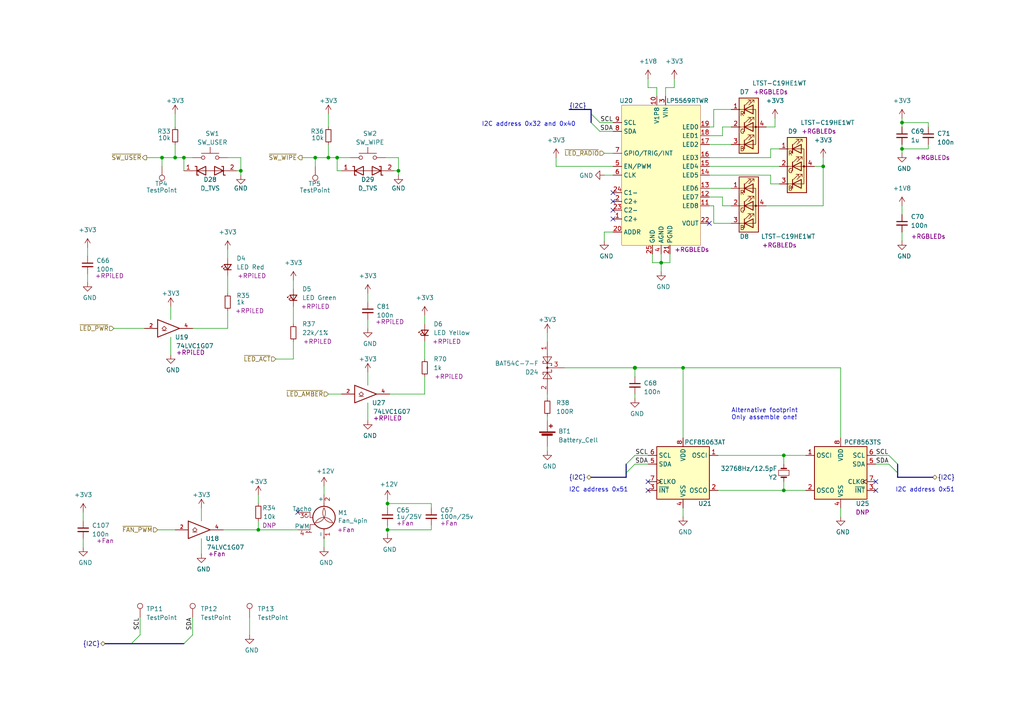
<source format=kicad_sch>
(kicad_sch (version 20211123) (generator eeschema)
  (paper "A4")
  (title_block (title "Control/RTC") (date "2022-02-15") (rev "1.2") (company "Nabu Casa") (comment 1 "www.nabucasa.com") (comment 2 "Yellow"))
  (lib_symbols
    (symbol "74xGxx:74LVC1G07" (pin_names (offset 1.016))
      (property "Reference" "U" (at -2.54 3.81 0))
      (property "Value" "74LVC1G07" (at 0 -3.81 0))
      (symbol "74LVC1G07_0_1"
        (polyline (pts (xy -2.54 -0.635) (xy -1.27 -0.635)))
        (polyline (pts (xy -3.81 2.54) (xy -3.81 -2.54) (xy 2.54 0) (xy -3.81 2.54)) (stroke (width 0.254)))
        (polyline (pts (xy -1.905 0.635) (xy -2.54 0) (xy -1.905 -0.635) (xy -1.27 0) (xy -1.905 0.635)))
      )
      (symbol "74LVC1G07_1_1"
        (pin input line (at -7.62 0 0) (length 3.81) (name "~") (number "2"))
        (pin power_in line (at 0 -2.54 270) (length 0) hide (name "GND") (number "3"))
        (pin open_collector line (at 6.35 0 180) (length 3.81) (name "~") (number "4"))
        (pin power_in line (at 0 2.54 90) (length 0) hide (name "VCC") (number "5"))
      )
    )
    (symbol "Connector:TestPoint" (pin_numbers hide) (pin_names (offset 0.762) hide)
      (property "Reference" "TP" (at 0 6.858 0))
      (property "Value" "TestPoint" (at 0 5.08 0))
      (symbol "TestPoint_0_1"
        (circle (center 0 3.302) (radius 0.762))
      )
      (symbol "TestPoint_1_1"
        (pin passive line (at 0 0 90) (length 2.54) (name "1") (number "1"))
      )
    )
    (symbol "Device:Battery_Cell" (pin_numbers hide) (pin_names (offset 0) hide)
      (property "Reference" "BT" (at 2.54 2.54 0))
      (property "Value" "Battery_Cell" (at 2.54 0 0))
      (symbol "Battery_Cell_0_1"
        (rectangle (start -2.286 1.778) (end 2.286 1.524) (fill (type outline)))
        (rectangle (start -1.5748 1.1938) (end 1.4732 0.6858) (fill (type outline)))
        (polyline (pts (xy 0 0.762) (xy 0 0)))
        (polyline (pts (xy 0 1.778) (xy 0 2.54)))
        (polyline (pts (xy 0.508 3.429) (xy 1.524 3.429)) (stroke (width 0.254)))
        (polyline (pts (xy 1.016 3.937) (xy 1.016 2.921)) (stroke (width 0.254)))
      )
      (symbol "Battery_Cell_1_1"
        (pin passive line (at 0 5.08 270) (length 2.54) (name "+") (number "1"))
        (pin passive line (at 0 -2.54 90) (length 2.54) (name "-") (number "2"))
      )
    )
    (symbol "Device:C_Small" (pin_numbers hide) (pin_names (offset 0.254) hide)
      (property "Reference" "C" (at 0.254 1.778 0))
      (property "Value" "C_Small" (at 0.254 -2.032 0))
      (symbol "C_Small_0_1"
        (polyline (pts (xy -1.524 -0.508) (xy 1.524 -0.508)) (stroke (width 0.3302)))
        (polyline (pts (xy -1.524 0.508) (xy 1.524 0.508)) (stroke (width 0.3048)))
      )
      (symbol "C_Small_1_1"
        (pin passive line (at 0 2.54 270) (length 2.032) (name "~") (number "1"))
        (pin passive line (at 0 -2.54 90) (length 2.032) (name "~") (number "2"))
      )
    )
    (symbol "Device:Crystal_Small" (pin_numbers hide) (pin_names (offset 1.016) hide)
      (property "Reference" "Y" (at 0 2.54 0))
      (property "Value" "Crystal_Small" (at 0 -2.54 0))
      (symbol "Crystal_Small_0_1"
        (rectangle (start -0.762 -1.524) (end 0.762 1.524))
        (polyline (pts (xy -1.27 -0.762) (xy -1.27 0.762)) (stroke (width 0.381)))
        (polyline (pts (xy 1.27 -0.762) (xy 1.27 0.762)) (stroke (width 0.381)))
      )
      (symbol "Crystal_Small_1_1"
        (pin passive line (at -2.54 0 0) (length 1.27) (name "1") (number "1"))
        (pin passive line (at 2.54 0 180) (length 1.27) (name "2") (number "2"))
      )
    )
    (symbol "Device:LED_RGBA" (pin_names (offset 0) hide)
      (property "Reference" "D" (at 0 9.398 0))
      (property "Value" "LED_RGBA" (at 0 -8.89 0))
      (symbol "LED_RGBA_0_0"
        (text "B" (at -1.905 -6.35 0) (effects (font (size 1.27 1.27))))
        (text "G" (at -1.905 -1.27 0) (effects (font (size 1.27 1.27))))
        (text "R" (at -1.905 3.81 0) (effects (font (size 1.27 1.27))))
      )
      (symbol "LED_RGBA_0_1"
        (polyline (pts (xy -1.27 -5.08) (xy -2.54 -5.08)))
        (polyline (pts (xy -1.27 -5.08) (xy 1.27 -5.08)))
        (polyline (pts (xy -1.27 -3.81) (xy -1.27 -6.35)) (stroke (width 0.254)))
        (polyline (pts (xy -1.27 0) (xy -2.54 0)))
        (polyline (pts (xy -1.27 1.27) (xy -1.27 -1.27)) (stroke (width 0.254)))
        (polyline (pts (xy -1.27 5.08) (xy -2.54 5.08)))
        (polyline (pts (xy -1.27 5.08) (xy 1.27 5.08)))
        (polyline (pts (xy -1.27 6.35) (xy -1.27 3.81)) (stroke (width 0.254)))
        (polyline (pts (xy 1.27 0) (xy -1.27 0)))
        (polyline (pts (xy 1.27 0) (xy 2.54 0)))
        (polyline (pts (xy -1.27 1.27) (xy -1.27 -1.27) (xy -1.27 -1.27)))
        (polyline (pts (xy -1.27 6.35) (xy -1.27 3.81) (xy -1.27 3.81)))
        (polyline (pts (xy 1.27 -5.08) (xy 2.032 -5.08) (xy 2.032 5.08) (xy 1.27 5.08)))
        (polyline (pts (xy 1.27 -3.81) (xy 1.27 -6.35) (xy -1.27 -5.08) (xy 1.27 -3.81)) (stroke (width 0.254)))
        (polyline (pts (xy 1.27 1.27) (xy 1.27 -1.27) (xy -1.27 0) (xy 1.27 1.27)) (stroke (width 0.254)))
        (polyline (pts (xy 1.27 6.35) (xy 1.27 3.81) (xy -1.27 5.08) (xy 1.27 6.35)) (stroke (width 0.254)))
        (polyline (pts (xy -1.016 -3.81) (xy 0.508 -2.286) (xy -0.254 -2.286) (xy 0.508 -2.286) (xy 0.508 -3.048)))
        (polyline (pts (xy -1.016 1.27) (xy 0.508 2.794) (xy -0.254 2.794) (xy 0.508 2.794) (xy 0.508 2.032)))
        (polyline (pts (xy -1.016 6.35) (xy 0.508 7.874) (xy -0.254 7.874) (xy 0.508 7.874) (xy 0.508 7.112)))
        (polyline (pts (xy 0 -3.81) (xy 1.524 -2.286) (xy 0.762 -2.286) (xy 1.524 -2.286) (xy 1.524 -3.048)))
        (polyline (pts (xy 0 1.27) (xy 1.524 2.794) (xy 0.762 2.794) (xy 1.524 2.794) (xy 1.524 2.032)))
        (polyline (pts (xy 0 6.35) (xy 1.524 7.874) (xy 0.762 7.874) (xy 1.524 7.874) (xy 1.524 7.112)))
        (rectangle (start 1.27 -1.27) (end 1.27 1.27))
        (rectangle (start 1.27 1.27) (end 1.27 1.27))
        (rectangle (start 1.27 3.81) (end 1.27 6.35))
        (rectangle (start 1.27 6.35) (end 1.27 6.35))
        (circle (center 2.032 0) (radius 0.254) (fill (type outline)))
        (rectangle (start 2.794 8.382) (end -2.794 -7.62) (stroke (width 0.254)) (fill (type background)))
      )
      (symbol "LED_RGBA_1_1"
        (pin passive line (at -5.08 5.08 0) (length 2.54) (name "RK") (number "1"))
        (pin passive line (at -5.08 0 0) (length 2.54) (name "GK") (number "2"))
        (pin passive line (at -5.08 -5.08 0) (length 2.54) (name "BK") (number "3"))
        (pin passive line (at 5.08 0 180) (length 2.54) (name "A") (number "4"))
      )
    )
    (symbol "Device:LED_Small" (pin_numbers hide) (pin_names (offset 0.254) hide)
      (property "Reference" "D" (at -1.27 3.175 0))
      (property "Value" "LED_Small" (at -4.445 -2.54 0))
      (symbol "LED_Small_0_1"
        (polyline (pts (xy -0.762 -1.016) (xy -0.762 1.016)) (stroke (width 0.254)))
        (polyline (pts (xy 1.016 0) (xy -0.762 0)))
        (polyline (pts (xy 0.762 -1.016) (xy -0.762 0) (xy 0.762 1.016) (xy 0.762 -1.016)) (stroke (width 0.254)))
        (polyline (pts (xy 0 0.762) (xy -0.508 1.27) (xy -0.254 1.27) (xy -0.508 1.27) (xy -0.508 1.016)))
        (polyline (pts (xy 0.508 1.27) (xy 0 1.778) (xy 0.254 1.778) (xy 0 1.778) (xy 0 1.524)))
      )
      (symbol "LED_Small_1_1"
        (pin passive line (at -2.54 0 0) (length 1.778) (name "K") (number "1"))
        (pin passive line (at 2.54 0 180) (length 1.778) (name "A") (number "2"))
      )
    )
    (symbol "Device:R_Small" (pin_numbers hide) (pin_names (offset 0.254) hide)
      (property "Reference" "R" (at 0.762 0.508 0))
      (property "Value" "R_Small" (at 0.762 -1.016 0))
      (symbol "R_Small_0_1"
        (rectangle (start -0.762 1.778) (end 0.762 -1.778) (stroke (width 0.2032)))
      )
      (symbol "R_Small_1_1"
        (pin passive line (at 0 2.54 270) (length 0.762) (name "~") (number "1"))
        (pin passive line (at 0 -2.54 90) (length 0.762) (name "~") (number "2"))
      )
    )
    (symbol "Diode:BAT54C" (pin_names (offset 1.016))
      (property "Reference" "D" (at 0.635 -3.81 0))
      (property "Value" "BAT54C" (at -6.35 3.175 0))
      (symbol "BAT54C_0_1"
        (polyline (pts (xy -1.905 0) (xy 1.905 0)))
        (polyline (pts (xy -1.905 1.27) (xy -1.905 1.016)))
        (polyline (pts (xy -1.27 -1.27) (xy -0.635 -1.27)))
        (polyline (pts (xy -1.27 0) (xy -3.81 0)))
        (polyline (pts (xy -1.27 1.27) (xy -1.905 1.27)))
        (polyline (pts (xy -1.27 1.27) (xy -1.27 -1.27)))
        (polyline (pts (xy -0.635 -1.27) (xy -0.635 -1.016)))
        (polyline (pts (xy 0.635 -1.27) (xy 0.635 -1.016)))
        (polyline (pts (xy 1.27 -1.27) (xy 0.635 -1.27)))
        (polyline (pts (xy 1.27 1.27) (xy 1.27 -1.27)))
        (polyline (pts (xy 1.27 1.27) (xy 1.905 1.27)))
        (polyline (pts (xy 1.905 1.27) (xy 1.905 1.016)))
        (polyline (pts (xy 3.81 0) (xy 1.27 0)))
        (polyline (pts (xy -3.175 -1.27) (xy -3.175 1.27) (xy -1.27 0) (xy -3.175 -1.27)))
        (polyline (pts (xy 3.175 -1.27) (xy 3.175 1.27) (xy 1.27 0) (xy 3.175 -1.27)))
        (circle (center 0 0) (radius 0.254) (fill (type outline)))
      )
      (symbol "BAT54C_1_1"
        (pin passive line (at -7.62 0 0) (length 3.81) (name "~") (number "1"))
        (pin passive line (at 7.62 0 180) (length 3.81) (name "~") (number "2"))
        (pin passive line (at 0 -5.08 90) (length 5.08) (name "~") (number "3"))
      )
    )
    (symbol "Motor:Fan_4pin" (pin_names (offset 0))
      (property "Reference" "M" (at 2.54 5.08 0))
      (property "Value" "Fan_4pin" (at 2.54 -2.54 0))
      (symbol "Fan_4pin_0_0"
        (arc (start -5.588 1.524) (mid -5.08 1.016) (end -4.572 1.524))
        (arc (start -5.08 2.032) (mid -5.4392 1.8832) (end -5.588 1.524))
        (polyline (pts (xy -5.08 2.032) (xy -5.334 2.159)))
        (polyline (pts (xy -5.08 2.032) (xy -5.207 1.778)))
        (polyline (pts (xy -4.064 2.54) (xy -4.064 1.016) (xy -3.302 1.016)))
      )
      (symbol "Fan_4pin_0_1"
        (arc (start -2.54 -0.508) (mid -0.0014 0.9048) (end 0 3.81))
        (polyline (pts (xy -4.064 2.54) (xy -5.08 2.54)))
        (polyline (pts (xy 0 -5.08) (xy 0 -4.572)))
        (polyline (pts (xy 0 -2.2352) (xy 0 -2.6416)))
        (polyline (pts (xy 0 4.2672) (xy 0 4.6228)))
        (polyline (pts (xy 0 4.572) (xy 0 5.08)))
        (polyline (pts (xy -2.54 -1.016) (xy -4.064 -1.016) (xy -4.064 -2.54) (xy -5.08 -2.54)))
        (polyline (pts (xy -5.334 -3.302) (xy -5.08 -3.302) (xy -5.08 -3.048) (xy -4.826 -3.048) (xy -4.826 -3.302) (xy -4.318 -3.302) (xy -4.318 -3.048) (xy -4.064 -3.048) (xy -4.064 -3.302) (xy -3.556 -3.302)))
        (circle (center 0 1.016) (radius 3.2512) (stroke (width 0.254)))
        (arc (start 0 3.81) (mid 0.0468 0.9315) (end 2.54 -0.508))
        (arc (start 2.54 -0.508) (mid 0 1.0618) (end -2.54 -0.508))
      )
      (symbol "Fan_4pin_1_1"
        (pin passive line (at 0 -5.08 90) (length 2.54) (name "-") (number "1"))
        (pin passive line (at 0 7.62 270) (length 2.54) (name "+") (number "2"))
        (pin passive line (at -7.62 2.54 0) (length 2.54) (name "Tacho") (number "3"))
        (pin input line (at -7.62 -2.54 0) (length 2.54) (name "PWM") (number "4"))
      )
    )
    (symbol "Switch:SW_Push" (pin_numbers hide) (pin_names (offset 1.016) hide)
      (property "Reference" "SW" (at 1.27 2.54 0))
      (property "Value" "SW_Push" (at 0 -1.524 0))
      (symbol "SW_Push_0_1"
        (circle (center -2.032 0) (radius 0.508))
        (polyline (pts (xy 0 1.27) (xy 0 3.048)))
        (polyline (pts (xy 2.54 1.27) (xy -2.54 1.27)))
        (circle (center 2.032 0) (radius 0.508))
        (pin passive line (at -5.08 0 0) (length 2.54) (name "1") (number "1"))
        (pin passive line (at 5.08 0 180) (length 2.54) (name "2") (number "2"))
      )
    )
    (symbol "Timer_RTC:PCF8563T"
      (property "Reference" "U" (at -7.62 8.89 0))
      (property "Value" "PCF8563T" (at 2.54 8.89 0))
      (symbol "PCF8563T_0_1"
        (rectangle (start -7.62 7.62) (end 7.62 -7.62) (stroke (width 0.254)) (fill (type background)))
      )
      (symbol "PCF8563T_1_1"
        (pin input line (at -10.16 5.08 0) (length 2.54) (name "OSCI") (number "1"))
        (pin output line (at -10.16 -5.08 0) (length 2.54) (name "OSCO") (number "2"))
        (pin output line (at 10.16 -5.08 180) (length 2.54) (name "~{INT}") (number "3"))
        (pin power_in line (at 0 -10.16 90) (length 2.54) (name "VSS") (number "4"))
        (pin bidirectional line (at 10.16 2.54 180) (length 2.54) (name "SDA") (number "5"))
        (pin input line (at 10.16 5.08 180) (length 2.54) (name "SCL") (number "6"))
        (pin output clock (at 10.16 -2.54 180) (length 2.54) (name "CLKO") (number "7"))
        (pin power_in line (at 0 10.16 270) (length 2.54) (name "VDD") (number "8"))
      )
    )
    (symbol "Timer_RTC:PCF8563TS"
      (property "Reference" "U" (at -7.62 8.89 0))
      (property "Value" "PCF8563TS" (at 2.54 8.89 0))
      (symbol "PCF8563TS_0_1"
        (rectangle (start -7.62 7.62) (end 7.62 -7.62) (stroke (width 0.254)) (fill (type background)))
      )
      (symbol "PCF8563TS_1_1"
        (pin input line (at -10.16 5.08 0) (length 2.54) (name "OSCI") (number "1"))
        (pin output line (at -10.16 -5.08 0) (length 2.54) (name "OSCO") (number "2"))
        (pin output line (at 10.16 -5.08 180) (length 2.54) (name "~{INT}") (number "3"))
        (pin power_in line (at 0 -10.16 90) (length 2.54) (name "VSS") (number "4"))
        (pin bidirectional line (at 10.16 2.54 180) (length 2.54) (name "SDA") (number "5"))
        (pin input line (at 10.16 5.08 180) (length 2.54) (name "SCL") (number "6"))
        (pin output clock (at 10.16 -2.54 180) (length 2.54) (name "CLKO") (number "7"))
        (pin power_in line (at 0 10.16 270) (length 2.54) (name "VDD") (number "8"))
      )
    )
    (symbol "Yellow:D_TVS_Reverse" (pin_names (offset 1.016) hide)
      (property "Reference" "D" (at 0 2.54 0))
      (property "Value" "D_TVS_Reverse" (at 0 -2.54 0))
      (symbol "D_TVS_Reverse_0_1"
        (polyline (pts (xy 5.08 0) (xy -5.08 0)))
        (polyline (pts (xy -4.3688 1.27) (xy -3.8608 1.27) (xy -3.8608 -1.27) (xy -3.3528 -1.27)) (stroke (width 0.254)))
        (polyline (pts (xy -3.81 0) (xy -1.27 1.27) (xy -1.27 -1.27) (xy -3.81 0)) (stroke (width 0.254)))
        (polyline (pts (xy 3.81 0) (xy 1.27 -1.27) (xy 1.27 1.27) (xy 3.81 0)) (stroke (width 0.254)))
        (polyline (pts (xy 4.3688 -1.27) (xy 3.8608 -1.27) (xy 3.8608 1.27) (xy 3.3528 1.27)) (stroke (width 0.254)))
      )
      (symbol "D_TVS_Reverse_1_1"
        (pin passive line (at -7.62 0 0) (length 2.54) (name "A1") (number "1"))
        (pin passive line (at 7.62 0 180) (length 2.54) (name "A2") (number "2"))
      )
    )
    (symbol "Yellow:LP5569"
      (property "Reference" "U" (at -10.16 21.59 0))
      (property "Value" "LP5569" (at 7.62 21.59 0))
      (symbol "LP5569_0_1"
        (rectangle (start -11.43 20.32) (end 11.43 -20.32) (stroke (width 0.0006)) (fill (type background)))
      )
      (symbol "LP5569_1_1"
        (pin input line (at -13.97 -12.7 0) (length 2.54) (name "C2+") (number "1"))
        (pin input line (at -1.27 22.86 270) (length 2.54) (name "V1P8") (number "10"))
        (pin output line (at 13.97 -8.89 180) (length 2.54) (name "LED8") (number "11"))
        (pin output line (at 13.97 -6.35 180) (length 2.54) (name "LED7") (number "12"))
        (pin output line (at 13.97 -3.81 180) (length 2.54) (name "LED6") (number "13"))
        (pin output line (at 13.97 0 180) (length 2.54) (name "LED5") (number "14"))
        (pin output line (at 13.97 2.54 180) (length 2.54) (name "LED4") (number "15"))
        (pin output line (at 13.97 5.08 180) (length 2.54) (name "LED3") (number "16"))
        (pin output line (at 13.97 8.89 180) (length 2.54) (name "LED2") (number "17"))
        (pin output line (at 13.97 11.43 180) (length 2.54) (name "LED1") (number "18"))
        (pin output line (at 13.97 13.97 180) (length 2.54) (name "LED0") (number "19"))
        (pin input line (at -13.97 -7.62 0) (length 2.54) (name "C2+") (number "2"))
        (pin input line (at -13.97 -16.51 0) (length 2.54) (name "ADDR") (number "20"))
        (pin input line (at 2.54 -22.86 90) (length 2.54) (name "PGND") (number "21"))
        (pin output line (at 13.97 -13.97 180) (length 2.54) (name "VOUT") (number "22"))
        (pin input line (at -13.97 -10.16 0) (length 2.54) (name "C2-") (number "23"))
        (pin input line (at -13.97 -5.08 0) (length 2.54) (name "C1-") (number "24"))
        (pin input line (at -2.54 -22.86 90) (length 2.54) (name "GND") (number "25"))
        (pin input line (at 1.27 22.86 270) (length 2.54) (name "VIN") (number "3"))
        (pin input line (at 0 -22.86 90) (length 2.54) (name "AGND") (number "4"))
        (pin input line (at -13.97 2.54 0) (length 2.54) (name "EN/PWM") (number "5"))
        (pin input line (at -13.97 0 0) (length 2.54) (name "CLK") (number "6"))
        (pin input line (at -13.97 6.35 0) (length 2.54) (name "GPIO/TRIG/INT") (number "7"))
        (pin bidirectional line (at -13.97 12.7 0) (length 2.54) (name "SDA") (number "8"))
        (pin input line (at -13.97 15.24 0) (length 2.54) (name "SCL") (number "9"))
      )
    )
    (symbol "power:+12V" (power) (pin_names (offset 0))
      (property "Value" "+12V" (at 0 3.556 0))
      (symbol "+12V_0_1"
        (polyline (pts (xy -0.762 1.27) (xy 0 2.54)))
        (polyline (pts (xy 0 0) (xy 0 2.54)))
        (polyline (pts (xy 0 2.54) (xy 0.762 1.27)))
      )
      (symbol "+12V_1_1"
        (pin power_in line (at 0 0 90) (length 0) hide (name "+12V") (number "1"))
      )
    )
    (symbol "power:+1V8" (power) (pin_names (offset 0))
      (property "Value" "+1V8" (at 0 3.556 0))
      (symbol "+1V8_0_1"
        (polyline (pts (xy -0.762 1.27) (xy 0 2.54)))
        (polyline (pts (xy 0 0) (xy 0 2.54)))
        (polyline (pts (xy 0 2.54) (xy 0.762 1.27)))
      )
      (symbol "+1V8_1_1"
        (pin power_in line (at 0 0 90) (length 0) hide (name "+1V8") (number "1"))
      )
    )
    (symbol "power:+3V3" (power) (pin_names (offset 0))
      (property "Value" "+3V3" (at 0 3.556 0))
      (symbol "+3V3_0_1"
        (polyline (pts (xy -0.762 1.27) (xy 0 2.54)))
        (polyline (pts (xy 0 0) (xy 0 2.54)))
        (polyline (pts (xy 0 2.54) (xy 0.762 1.27)))
      )
      (symbol "+3V3_1_1"
        (pin power_in line (at 0 0 90) (length 0) hide (name "+3V3") (number "1"))
      )
    )
    (symbol "power:GND" (power) (pin_names (offset 0))
      (property "Value" "GND" (at 0 -3.81 0))
      (symbol "GND_0_1"
        (polyline (pts (xy 0 0) (xy 0 -1.27) (xy 1.27 -1.27) (xy 0 -2.54) (xy -1.27 -1.27) (xy 0 -1.27)))
      )
      (symbol "GND_1_1"
        (pin power_in line (at 0 0 270) (length 0) hide (name "GND") (number "1"))
      )
    )
  )
  (junction (at 112.395 146.05) (diameter 0.9144))
  (junction (at 261.62 35.56) (diameter 0.9144))
  (junction (at 184.15 106.68) (diameter 1.016))
  (junction (at 53.34 45.72) (diameter 0.9144))
  (junction (at 74.93 153.67) (diameter 0.9144))
  (junction (at 261.62 43.18) (diameter 0.9144))
  (junction (at 191.77 76.2) (diameter 0.9144))
  (junction (at 95.25 45.72) (diameter 0.9144))
  (junction (at 238.76 48.26) (diameter 0.9144))
  (junction (at 115.57 49.53) (diameter 0.9144))
  (junction (at 227.33 132.08) (diameter 0.9144))
  (junction (at 91.44 45.72) (diameter 0.9144))
  (junction (at 69.85 49.53) (diameter 0.9144))
  (junction (at 97.79 45.72) (diameter 0.9144))
  (junction (at 46.99 45.72) (diameter 0.9144))
  (junction (at 50.8 45.72) (diameter 0.9144))
  (junction (at 227.33 142.24) (diameter 0.9144))
  (junction (at 198.12 106.68) (diameter 0.9144))
  (junction (at 112.395 153.67) (diameter 0.9144))
  (no_connect (at 177.8 58.42))
  (no_connect (at 86.36 148.59))
  (no_connect (at 187.96 139.7))
  (no_connect (at 254 142.24))
  (no_connect (at 205.74 64.77))
  (no_connect (at 177.8 63.5))
  (no_connect (at 254 139.7))
  (no_connect (at 177.8 60.96))
  (no_connect (at 187.96 142.24))
  (no_connect (at 177.8 55.88))
  (bus_entry (at 53.34 186.69) (size 2.54 -2.54) (stroke (width 0.1524)))
  (bus_entry (at 38.1 186.69) (size 2.54 -2.54) (stroke (width 0.1524)))
  (bus_entry (at 260.35 137.16) (size -2.54 -2.54) (stroke (width 0.1524)))
  (bus_entry (at 181.61 137.16) (size 2.54 -2.54) (stroke (width 0.1524)))
  (bus_entry (at 171.45 35.56) (size 2.54 2.54) (stroke (width 0.1524)))
  (bus_entry (at 171.45 33.02) (size 2.54 2.54) (stroke (width 0.1524)))
  (bus_entry (at 260.35 134.62) (size -2.54 -2.54) (stroke (width 0.1524)))
  (bus_entry (at 181.61 134.62) (size 2.54 -2.54) (stroke (width 0.1524)))
  (wire (pts (xy 97.79 45.72) (xy 101.6 45.72)))
  (wire (pts (xy 64.77 153.67) (xy 74.93 153.67)))
  (wire (pts (xy 191.77 76.2) (xy 194.31 76.2)))
  (wire (pts (xy 50.8 41.91) (xy 50.8 45.72)))
  (wire (pts (xy 205.74 54.61) (xy 212.09 54.61)))
  (wire (pts (xy 125.095 147.32) (xy 125.095 146.05)))
  (wire (pts (xy 191.77 76.2) (xy 191.77 78.74)))
  (bus (pts (xy 171.45 31.75) (xy 171.45 33.02)))
  (bus (pts (xy 171.45 33.02) (xy 171.45 35.56)))
  (wire (pts (xy 223.52 45.72) (xy 223.52 43.18)))
  (wire (pts (xy 95.25 36.83) (xy 95.25 33.02)))
  (wire (pts (xy 175.26 44.45) (xy 177.8 44.45)))
  (wire (pts (xy 187.96 25.4) (xy 190.5 25.4)))
  (wire (pts (xy 187.96 22.86) (xy 187.96 25.4)))
  (wire (pts (xy 93.98 156.21) (xy 93.98 158.75)))
  (bus (pts (xy 38.1 186.69) (xy 53.34 186.69)))
  (bus (pts (xy 30.48 186.69) (xy 38.1 186.69)))
  (wire (pts (xy 184.15 106.68) (xy 184.15 109.22)))
  (wire (pts (xy 236.22 48.26) (xy 238.76 48.26)))
  (wire (pts (xy 74.93 153.67) (xy 86.36 153.67)))
  (wire (pts (xy 205.74 45.72) (xy 223.52 45.72)))
  (wire (pts (xy 112.395 153.67) (xy 112.395 154.94)))
  (wire (pts (xy 125.095 152.4) (xy 125.095 153.67)))
  (wire (pts (xy 261.62 43.18) (xy 269.24 43.18)))
  (wire (pts (xy 177.8 38.1) (xy 173.99 38.1)))
  (wire (pts (xy 243.84 106.68) (xy 198.12 106.68)))
  (wire (pts (xy 243.84 127) (xy 243.84 106.68)))
  (wire (pts (xy 93.98 140.97) (xy 93.98 143.51)))
  (wire (pts (xy 106.68 116.84) (xy 106.68 121.92)))
  (wire (pts (xy 72.39 179.07) (xy 72.39 184.15)))
  (wire (pts (xy 113.03 114.3) (xy 123.19 114.3)))
  (wire (pts (xy 205.74 50.8) (xy 223.52 50.8)))
  (wire (pts (xy 187.96 134.62) (xy 184.15 134.62)))
  (wire (pts (xy 184.15 114.3) (xy 184.15 115.57)))
  (wire (pts (xy 163.83 106.68) (xy 184.15 106.68)))
  (wire (pts (xy 123.19 91.44) (xy 123.19 93.98)))
  (wire (pts (xy 224.79 34.29) (xy 224.79 36.83)))
  (wire (pts (xy 261.62 34.29) (xy 261.62 35.56)))
  (wire (pts (xy 161.29 48.26) (xy 177.8 48.26)))
  (wire (pts (xy 158.75 96.52) (xy 158.75 99.06)))
  (wire (pts (xy 112.395 152.4) (xy 112.395 153.67)))
  (wire (pts (xy 175.26 67.31) (xy 177.8 67.31)))
  (bus (pts (xy 260.35 138.43) (xy 270.51 138.43)))
  (wire (pts (xy 111.76 45.72) (xy 115.57 45.72)))
  (wire (pts (xy 46.99 45.72) (xy 46.99 48.26)))
  (wire (pts (xy 50.8 36.83) (xy 50.8 33.02)))
  (wire (pts (xy 261.62 67.31) (xy 261.62 69.85)))
  (wire (pts (xy 191.77 73.66) (xy 191.77 76.2)))
  (wire (pts (xy 158.75 129.54) (xy 158.75 130.81)))
  (wire (pts (xy 190.5 25.4) (xy 190.5 27.94)))
  (wire (pts (xy 97.79 49.53) (xy 99.06 49.53)))
  (wire (pts (xy 112.395 146.05) (xy 112.395 147.32)))
  (wire (pts (xy 42.545 45.72) (xy 46.99 45.72)))
  (wire (pts (xy 80.01 104.14) (xy 85.09 104.14)))
  (wire (pts (xy 161.29 45.72) (xy 161.29 48.26)))
  (wire (pts (xy 95.25 41.91) (xy 95.25 45.72)))
  (wire (pts (xy 184.15 106.68) (xy 198.12 106.68)))
  (wire (pts (xy 66.04 95.25) (xy 66.04 90.17)))
  (wire (pts (xy 25.4 79.375) (xy 25.4 81.915)))
  (wire (pts (xy 205.74 48.26) (xy 226.06 48.26)))
  (bus (pts (xy 165.1 31.75) (xy 171.45 31.75)))
  (wire (pts (xy 106.68 92.71) (xy 106.68 95.25)))
  (wire (pts (xy 45.72 153.67) (xy 50.8 153.67)))
  (wire (pts (xy 158.75 120.65) (xy 158.75 121.92)))
  (wire (pts (xy 207.01 59.69) (xy 207.01 64.77)))
  (wire (pts (xy 209.55 36.83) (xy 212.09 36.83)))
  (wire (pts (xy 194.31 76.2) (xy 194.31 73.66)))
  (wire (pts (xy 175.26 50.8) (xy 177.8 50.8)))
  (wire (pts (xy 53.34 45.72) (xy 53.34 49.53)))
  (wire (pts (xy 50.8 45.72) (xy 53.34 45.72)))
  (wire (pts (xy 53.34 45.72) (xy 55.88 45.72)))
  (wire (pts (xy 269.24 41.91) (xy 269.24 43.18)))
  (wire (pts (xy 24.13 156.21) (xy 24.13 158.75)))
  (wire (pts (xy 123.19 99.06) (xy 123.19 104.14)))
  (wire (pts (xy 261.62 59.69) (xy 261.62 62.23)))
  (wire (pts (xy 74.93 146.05) (xy 74.93 143.51)))
  (wire (pts (xy 66.04 72.39) (xy 66.04 74.93)))
  (wire (pts (xy 223.52 50.8) (xy 223.52 53.34)))
  (bus (pts (xy 260.35 134.62) (xy 260.35 137.16)))
  (bus (pts (xy 260.35 137.16) (xy 260.35 138.43)))
  (wire (pts (xy 106.68 107.95) (xy 106.68 111.76)))
  (bus (pts (xy 181.61 138.43) (xy 171.45 138.43)))
  (bus (pts (xy 181.61 134.62) (xy 181.61 137.16)))
  (bus (pts (xy 181.61 137.16) (xy 181.61 138.43)))
  (wire (pts (xy 227.33 132.08) (xy 233.68 132.08)))
  (wire (pts (xy 208.28 132.08) (xy 227.33 132.08)))
  (wire (pts (xy 187.96 132.08) (xy 184.15 132.08)))
  (wire (pts (xy 189.23 76.2) (xy 191.77 76.2)))
  (wire (pts (xy 222.25 59.69) (xy 238.76 59.69)))
  (wire (pts (xy 269.24 36.83) (xy 269.24 35.56)))
  (wire (pts (xy 243.84 147.32) (xy 243.84 149.86)))
  (wire (pts (xy 207.01 31.75) (xy 212.09 31.75)))
  (wire (pts (xy 97.79 49.53) (xy 97.79 45.72)))
  (wire (pts (xy 114.3 49.53) (xy 115.57 49.53)))
  (wire (pts (xy 85.09 99.06) (xy 85.09 104.14)))
  (wire (pts (xy 175.26 69.85) (xy 175.26 67.31)))
  (wire (pts (xy 205.74 57.15) (xy 209.55 57.15)))
  (wire (pts (xy 58.42 156.21) (xy 58.42 160.655)))
  (wire (pts (xy 207.01 64.77) (xy 212.09 64.77)))
  (wire (pts (xy 207.01 36.83) (xy 207.01 31.75)))
  (wire (pts (xy 112.395 146.05) (xy 125.095 146.05)))
  (wire (pts (xy 55.88 179.07) (xy 55.88 184.15)))
  (wire (pts (xy 25.4 71.755) (xy 25.4 74.295)))
  (wire (pts (xy 74.93 151.13) (xy 74.93 153.67)))
  (wire (pts (xy 261.62 43.18) (xy 261.62 44.45)))
  (wire (pts (xy 46.99 45.72) (xy 50.8 45.72)))
  (wire (pts (xy 222.25 36.83) (xy 224.79 36.83)))
  (wire (pts (xy 106.68 85.09) (xy 106.68 87.63)))
  (wire (pts (xy 227.33 139.7) (xy 227.33 142.24)))
  (wire (pts (xy 227.33 142.24) (xy 233.68 142.24)))
  (wire (pts (xy 208.28 142.24) (xy 227.33 142.24)))
  (wire (pts (xy 269.24 35.56) (xy 261.62 35.56)))
  (wire (pts (xy 205.74 41.91) (xy 212.09 41.91)))
  (wire (pts (xy 112.395 144.78) (xy 112.395 146.05)))
  (wire (pts (xy 205.74 39.37) (xy 209.55 39.37)))
  (wire (pts (xy 205.74 59.69) (xy 207.01 59.69)))
  (wire (pts (xy 261.62 41.91) (xy 261.62 43.18)))
  (wire (pts (xy 209.55 59.69) (xy 212.09 59.69)))
  (wire (pts (xy 33.02 95.25) (xy 41.91 95.25)))
  (wire (pts (xy 238.76 48.26) (xy 238.76 45.72)))
  (wire (pts (xy 58.42 147.32) (xy 58.42 151.13)))
  (wire (pts (xy 254 134.62) (xy 257.81 134.62)))
  (wire (pts (xy 195.58 22.86) (xy 195.58 25.4)))
  (wire (pts (xy 254 132.08) (xy 257.81 132.08)))
  (wire (pts (xy 66.04 80.01) (xy 66.04 85.09)))
  (wire (pts (xy 91.44 45.72) (xy 91.44 48.26)))
  (wire (pts (xy 205.74 36.83) (xy 207.01 36.83)))
  (wire (pts (xy 227.33 134.62) (xy 227.33 132.08)))
  (wire (pts (xy 91.44 45.72) (xy 95.25 45.72)))
  (wire (pts (xy 95.25 45.72) (xy 97.79 45.72)))
  (wire (pts (xy 87.63 45.72) (xy 91.44 45.72)))
  (wire (pts (xy 198.12 147.32) (xy 198.12 149.86)))
  (wire (pts (xy 158.75 114.3) (xy 158.75 115.57)))
  (wire (pts (xy 261.62 35.56) (xy 261.62 36.83)))
  (wire (pts (xy 85.09 81.28) (xy 85.09 83.82)))
  (wire (pts (xy 40.64 179.07) (xy 40.64 184.15)))
  (wire (pts (xy 223.52 53.34) (xy 226.06 53.34)))
  (wire (pts (xy 209.55 39.37) (xy 209.55 36.83)))
  (wire (pts (xy 69.85 45.72) (xy 69.85 49.53)))
  (wire (pts (xy 66.04 45.72) (xy 69.85 45.72)))
  (wire (pts (xy 69.85 49.53) (xy 69.85 50.8)))
  (wire (pts (xy 112.395 153.67) (xy 125.095 153.67)))
  (wire (pts (xy 223.52 43.18) (xy 226.06 43.18)))
  (wire (pts (xy 209.55 57.15) (xy 209.55 59.69)))
  (wire (pts (xy 123.19 109.22) (xy 123.19 114.3)))
  (wire (pts (xy 189.23 73.66) (xy 189.23 76.2)))
  (wire (pts (xy 49.53 97.79) (xy 49.53 102.87)))
  (wire (pts (xy 115.57 45.72) (xy 115.57 49.53)))
  (wire (pts (xy 115.57 49.53) (xy 115.57 50.8)))
  (wire (pts (xy 85.09 88.9) (xy 85.09 93.98)))
  (wire (pts (xy 55.88 95.25) (xy 66.04 95.25)))
  (wire (pts (xy 238.76 59.69) (xy 238.76 48.26)))
  (wire (pts (xy 24.13 148.59) (xy 24.13 151.13)))
  (wire (pts (xy 195.58 25.4) (xy 193.04 25.4)))
  (wire (pts (xy 49.53 88.9) (xy 49.53 92.71)))
  (wire (pts (xy 198.12 106.68) (xy 198.12 127)))
  (wire (pts (xy 193.04 25.4) (xy 193.04 27.94)))
  (wire (pts (xy 177.8 35.56) (xy 173.99 35.56)))
  (wire (pts (xy 95.25 114.3) (xy 99.06 114.3)))
  (wire (pts (xy 68.58 49.53) (xy 69.85 49.53)))
  (text "I2C address 0x32 and 0x40" (at 139.7 36.83 0) (effects (font (size 1.27 1.27)) (justify left bottom)))
  (text "I2C address 0x51" (at 182.245 142.875 180) (effects (font (size 1.27 1.27)) (justify right bottom)))
  (text "Alternative footprint\nOnly assemble one!" (at 212.09 121.92 0) (effects (font (size 1.27 1.27)) (justify left bottom)))
  (text "I2C address 0x51" (at 259.715 142.875 0) (effects (font (size 1.27 1.27)) (justify left bottom)))
  (label "SCL" (at 254 132.08 0))
  (label "SCL" (at 187.96 132.08 180))
  (label "SDA" (at 254 134.62 0))
  (label "SCL" (at 40.64 179.07 270))
  (label "SDA" (at 55.88 179.07 270))
  (label "SCL" (at 177.8 35.56 180))
  (label "SDA" (at 177.8 38.1 180))
  (label "{I2C}" (at 165.1 31.75 0))
  (label "SDA" (at 187.96 134.62 180))
  (hierarchical_label "{I2C}" (shape bidirectional) (at 30.48 186.69 180))
  (hierarchical_label "~{LED_RADIO}" (shape input) (at 175.26 44.45 180))
  (hierarchical_label "~{SW_USER}" (shape output) (at 42.545 45.72 180))
  (hierarchical_label "~{SW_WIPE}" (shape output) (at 87.63 45.72 180))
  (hierarchical_label "~{LED_ACT}" (shape input) (at 80.01 104.14 180))
  (hierarchical_label "~{LED_AMBER}" (shape input) (at 95.25 114.3 180))
  (hierarchical_label "~{FAN_PWM}" (shape input) (at 45.72 153.67 180))
  (hierarchical_label "~{LED_PWR}" (shape input) (at 33.02 95.25 180))
  (hierarchical_label "{I2C}" (shape bidirectional) (at 171.45 138.43 180))
  (hierarchical_label "{I2C}" (shape bidirectional) (at 270.51 138.43 0))
  (symbol (lib_id "power:+3V3") (at 66.04 72.39 0) (unit 1)
    (property "Reference" "#PWR0121" (effects hide))
    (property "Value" "+3V3" (at 66.04 67.31 0))
  )
  (symbol (lib_id "power:GND") (at 24.13 158.75 0) (unit 1)
    (property "Reference" "#PWR0196" (effects hide))
    (property "Value" "GND" (at 24.765 163.195 0))
  )
  (symbol (lib_id "Connector:TestPoint") (at 72.39 179.07 0) (unit 1) (in_bom no)
    (property "Reference" "TP13" (at 74.676 176.5934 0) (effects (justify left)))
    (property "Value" "TestPoint" (at 74.676 179.1334 0) (effects (justify left)))
    (property "Footprint" "TestPoint:TestPoint_Pad_D1.0mm" (effects hide))
  )
  (symbol (lib_id "Switch:SW_Push") (at 60.96 45.72 0) (unit 1)
    (property "Reference" "SW1" (at 61.595 38.735 0))
    (property "Value" "SW_USER" (at 61.595 41.275 0))
    (property "Footprint" "Button_Switch_THT:SW_Tactile_SPST_Angled_PTS645Vx83-2LFS" (effects hide))
    (property "Manufacturer" "C&K" (effects hide))
    (property "PartNumber" "PTS645VM83-2 LFS" (effects hide))
  )
  (symbol (lib_id "Device:C_Small") (at 261.62 39.37 0) (unit 1)
    (property "Reference" "C69" (at 264.16 38.1 0) (effects (justify left)))
    (property "Value" "1u" (at 264.16 40.64 0) (effects (justify left)))
    (property "Footprint" "Capacitor_SMD:C_0402_1005Metric" (effects hide))
    (property "Config" "+RGBLEDs" (at 270.51 45.72 0))
  )
  (symbol (lib_id "power:GND") (at 69.85 50.8 0) (unit 1)
    (property "Reference" "#PWR0119" (effects hide))
    (property "Value" "GND" (at 69.85 54.61 0))
  )
  (symbol (lib_id "power:+1V8") (at 261.62 59.69 0) (unit 1)
    (property "Reference" "#PWR0145" (effects hide))
    (property "Value" "+1V8" (at 261.62 54.61 0))
  )
  (symbol (lib_id "Yellow:D_TVS_Reverse") (at 106.68 49.53 0) (unit 1)
    (property "Reference" "D29" (at 106.68 52.07 0))
    (property "Value" "D_TVS" (at 106.68 54.61 0))
    (property "Footprint" "Diode_SMD:D_0402_1005Metric" (effects hide))
    (property "Manufacturer" "Texas Instruments" (effects hide))
    (property "PartNumber" "TPD1E10B09QDPYRQ1" (effects hide))
  )
  (symbol (lib_id "power:GND") (at 115.57 50.8 0) (unit 1)
    (property "Reference" "#PWR0125" (effects hide))
    (property "Value" "GND" (at 115.57 54.61 0))
  )
  (symbol (lib_id "74xGxx:74LVC1G07") (at 49.53 95.25 0) (unit 1)
    (property "Reference" "U19" (at 52.705 97.79 0))
    (property "Value" "74LVC1G07" (at 56.515 100.33 0))
    (property "Footprint" "Package_TO_SOT_SMD:SOT-23-5" (effects hide))
    (property "Datasheet" "https://www.ti.com/lit/sg/scyt129g/scyt129g.pdf" (effects hide))
    (property "Manufacturer" "Texas Instruments" (effects hide))
    (property "PartNumber" "SN74LVC1G07DBV" (effects hide))
    (property "Config" "+RPiLED" (at 55.245 102.235 0))
  )
  (symbol (lib_id "Timer_RTC:PCF8563T") (at 198.12 137.16 0) (mirror y) (unit 1)
    (property "Reference" "U21" (at 204.47 146.05 0))
    (property "Value" "PCF85063AT" (at 204.47 128.27 0))
    (property "Footprint" "Package_SO:SOIC-8_3.9x4.9mm_P1.27mm" (effects hide))
    (property "Datasheet" "https://www.nxp.com/docs/en/data-sheet/PCF85063A.pdf" (effects hide))
    (property "Manufacturer" "NXP USA" (effects hide))
    (property "PartNumber" "PCF85063AT/AY" (effects hide))
  )
  (symbol (lib_id "power:+3V3") (at 106.68 85.09 0) (unit 1)
    (property "Reference" "#PWR0167" (effects hide))
    (property "Value" "+3V3" (at 106.68 80.01 0))
  )
  (symbol (lib_id "Device:LED_Small") (at 123.19 96.52 90) (unit 1)
    (property "Reference" "D6" (at 125.73 93.98 90) (effects (justify right)))
    (property "Value" "LED Yellow" (at 125.73 96.52 90) (effects (justify right)))
    (property "Footprint" "LED_SMD:LED_0603_1608Metric" (effects hide))
    (property "Datasheet" "https://datasheet.lcsc.com/lcsc/1810101813_Everlight-Elec-19-213-Y2C-CQ2R2L-3T-CY_C72038.pdf" (effects hide))
    (property "Manufacturer" "Everlight Elec" (effects hide))
    (property "PartNumber" "19-213/Y2C-CQ2R2L/3T(CY)" (effects hide))
    (property "Config" "+RPiLED" (at 129.54 99.06 90))
  )
  (symbol (lib_id "Diode:BAT54C") (at 158.75 106.68 90) (mirror x) (unit 1)
    (property "Reference" "D24" (at 156.21 107.95 90) (effects (justify left)))
    (property "Value" "BAT54C-7-F" (at 156.21 105.41 90) (effects (justify left)))
    (property "Footprint" "Package_TO_SOT_SMD:SOT-23" (effects hide))
    (property "Datasheet" "http://www.diodes.com/_files/datasheets/ds11005.pdf" (effects hide))
    (property "Manufacturer" "Diodes Incorporated" (effects hide))
    (property "PartNumber" "BAT54C-7-F" (effects hide))
  )
  (symbol (lib_id "Connector:TestPoint") (at 55.88 179.07 0) (unit 1) (in_bom no)
    (property "Reference" "TP12" (at 58.166 176.5934 0) (effects (justify left)))
    (property "Value" "TestPoint" (at 58.166 179.1334 0) (effects (justify left)))
    (property "Footprint" "TestPoint:TestPoint_Pad_D1.0mm" (effects hide))
  )
  (symbol (lib_id "Device:C_Small") (at 261.62 64.77 0) (unit 1)
    (property "Reference" "C70" (at 264.16 62.865 0) (effects (justify left)))
    (property "Value" "100n" (at 264.16 65.405 0) (effects (justify left)))
    (property "Footprint" "Capacitor_SMD:C_0402_1005Metric" (effects hide))
    (property "Config" "+RGBLEDs" (at 269.24 68.58 0))
  )
  (symbol (lib_id "Device:R_Small") (at 95.25 39.37 180) (unit 1)
    (property "Reference" "R36" (at 93.98 38.1 0) (effects (justify left)))
    (property "Value" "10k" (at 93.98 40.005 0) (effects (justify left)))
    (property "Footprint" "Resistor_SMD:R_0402_1005Metric" (effects hide))
  )
  (symbol (lib_id "power:GND") (at 25.4 81.915 0) (unit 1)
    (property "Reference" "#PWR0130" (effects hide))
    (property "Value" "GND" (at 26.035 86.36 0))
  )
  (symbol (lib_id "Device:C_Small") (at 184.15 111.76 0) (unit 1)
    (property "Reference" "C68" (at 186.69 111.125 0) (effects (justify left)))
    (property "Value" "100n" (at 186.69 113.665 0) (effects (justify left)))
    (property "Footprint" "Capacitor_SMD:C_0402_1005Metric" (effects hide))
  )
  (symbol (lib_id "power:+1V8") (at 187.96 22.86 0) (unit 1)
    (property "Reference" "#PWR0134" (effects hide))
    (property "Value" "+1V8" (at 187.96 17.78 0))
  )
  (symbol (lib_id "power:+3V3") (at 58.42 147.32 0) (unit 1)
    (property "Reference" "#PWR0115" (effects hide))
    (property "Value" "+3V3" (at 58.42 143.51 0))
  )
  (symbol (lib_id "power:+3V3") (at 161.29 45.72 0) (unit 1)
    (property "Reference" "#PWR0131" (effects hide))
    (property "Value" "+3V3" (at 161.29 40.64 0))
  )
  (symbol (lib_id "power:+3V3") (at 158.75 96.52 0) (unit 1)
    (property "Reference" "#PWR0136" (effects hide))
    (property "Value" "+3V3" (at 158.75 92.71 0))
  )
  (symbol (lib_id "power:GND") (at 106.68 121.92 0) (unit 1)
    (property "Reference" "#PWR0215" (effects hide))
    (property "Value" "GND" (at 107.315 126.365 0))
  )
  (symbol (lib_id "Device:R_Small") (at 158.75 118.11 0) (unit 1)
    (property "Reference" "R38" (at 161.29 116.84 0) (effects (justify left)))
    (property "Value" "100R" (at 161.29 119.38 0) (effects (justify left)))
    (property "Footprint" "Resistor_SMD:R_0402_1005Metric" (effects hide))
  )
  (symbol (lib_id "Device:C_Small") (at 25.4 76.835 0) (unit 1)
    (property "Reference" "C66" (at 27.94 75.565 0) (effects (justify left)))
    (property "Value" "100n" (at 27.94 78.105 0) (effects (justify left)))
    (property "Footprint" "Capacitor_SMD:C_0402_1005Metric" (effects hide))
    (property "Config" "+RPiLED" (at 31.75 80.01 0))
  )
  (symbol (lib_id "Device:LED_Small") (at 85.09 86.36 90) (unit 1)
    (property "Reference" "D5" (at 87.63 83.82 90) (effects (justify right)))
    (property "Value" "LED Green" (at 87.63 86.36 90) (effects (justify right)))
    (property "Footprint" "LED_SMD:LED_0603_1608Metric" (effects hide))
    (property "Datasheet" "https://datasheet.lcsc.com/lcsc/1811101510_Everlight-Elec-19-217-GHC-YR1S2-3T_C72043.pdf" (effects hide))
    (property "Manufacturer" "Everlight Elec" (effects hide))
    (property "PartNumber" "19-217/GHC-YR1S2/3T" (effects hide))
    (property "Config" "+RPiLED" (at 91.44 88.9 90))
  )
  (symbol (lib_id "power:GND") (at 191.77 78.74 0) (unit 1)
    (property "Reference" "#PWR0135" (effects hide))
    (property "Value" "GND" (at 192.405 83.185 0))
  )
  (symbol (lib_id "Device:R_Small") (at 85.09 96.52 0) (unit 1)
    (property "Reference" "R37" (at 87.63 93.98 0) (effects (justify left)))
    (property "Value" "22k/1%" (at 87.63 96.52 0) (effects (justify left)))
    (property "Footprint" "Resistor_SMD:R_0402_1005Metric" (effects hide))
    (property "Config" "+RPiLED" (at 92.075 99.06 0))
  )
  (symbol (lib_id "Switch:SW_Push") (at 106.68 45.72 0) (unit 1)
    (property "Reference" "SW2" (at 107.315 38.735 0))
    (property "Value" "SW_WIPE" (at 107.315 41.275 0))
    (property "Footprint" "Button_Switch_THT:SW_Tactile_SPST_Angled_PTS645Vx58-2LFS" (effects hide))
    (property "Manufacturer" "C&K" (effects hide))
    (property "PartNumber" "PTS645VK58-2 LFS" (effects hide))
  )
  (symbol (lib_id "Device:C_Small") (at 269.24 39.37 0) (unit 1)
    (property "Reference" "C71" (at 271.78 38.735 0) (effects (justify left)))
    (property "Value" "100n" (at 271.78 41.275 0) (effects (justify left)))
    (property "Footprint" "Capacitor_SMD:C_0402_1005Metric" (effects hide))
    (property "Config" "+RGBLEDs" (effects hide))
  )
  (symbol (lib_id "Device:LED_RGBA") (at 217.17 36.83 0) (unit 1)
    (property "Reference" "D7" (at 215.9 26.67 0))
    (property "Value" "LTST-C19HE1WT" (at 226.06 24.13 0))
    (property "Footprint" "LED_SMD:LED_LiteOn_LTST-C19HE1WT" (effects hide))
    (property "Datasheet" "https://www.mouser.ch/datasheet/2/678/SMB-KTF0-0A306-DS100_2017-09-15-1279410.pdf" (effects hide))
    (property "Manufacturer" "Lite-On" (effects hide))
    (property "PartNumber" "C19HE1WT" (effects hide))
    (property "Config" "+RGBLEDs" (at 223.52 26.67 0))
  )
  (symbol (lib_id "power:+3V3") (at 238.76 45.72 0) (unit 1)
    (property "Reference" "#PWR0142" (effects hide))
    (property "Value" "+3V3" (at 238.76 40.64 0))
  )
  (symbol (lib_id "Device:C_Small") (at 112.395 149.86 0) (unit 1)
    (property "Reference" "C65" (at 114.935 147.955 0) (effects (justify left)))
    (property "Value" "1u/25V" (at 114.935 149.86 0) (effects (justify left)))
    (property "Footprint" "Capacitor_SMD:C_0402_1005Metric" (effects hide))
    (property "Config" "+Fan" (at 117.475 151.765 0))
  )
  (symbol (lib_id "Device:C_Small") (at 106.68 90.17 0) (unit 1)
    (property "Reference" "C81" (at 109.22 88.9 0) (effects (justify left)))
    (property "Value" "100n" (at 109.22 91.44 0) (effects (justify left)))
    (property "Footprint" "Capacitor_SMD:C_0402_1005Metric" (effects hide))
    (property "Config" "+RPiLED" (at 113.03 93.345 0))
  )
  (symbol (lib_id "Yellow:D_TVS_Reverse") (at 60.96 49.53 0) (unit 1)
    (property "Reference" "D28" (at 60.96 52.07 0))
    (property "Value" "D_TVS" (at 60.96 54.61 0))
    (property "Footprint" "Diode_SMD:D_0402_1005Metric" (effects hide))
    (property "Manufacturer" "Texas Instruments" (effects hide))
    (property "PartNumber" "TPD1E10B09QDPYRQ1" (effects hide))
  )
  (symbol (lib_id "power:+12V") (at 93.98 140.97 0) (unit 1)
    (property "Reference" "#PWR0123" (effects hide))
    (property "Value" "+12V" (at 94.3483 136.6456 0))
  )
  (symbol (lib_id "power:+3V3") (at 261.62 34.29 0) (unit 1)
    (property "Reference" "#PWR0143" (effects hide))
    (property "Value" "+3V3" (at 261.62 29.21 0))
  )
  (symbol (lib_id "power:GND") (at 243.84 149.86 0) (unit 1)
    (property "Reference" "#PWR0203" (effects hide))
    (property "Value" "GND" (at 244.475 154.305 0))
  )
  (symbol (lib_id "Connector:TestPoint") (at 40.64 179.07 0) (unit 1) (in_bom no)
    (property "Reference" "TP11" (at 42.418 176.5934 0) (effects (justify left)))
    (property "Value" "TestPoint" (at 42.418 179.1334 0) (effects (justify left)))
    (property "Footprint" "TestPoint:TestPoint_Pad_D1.0mm" (effects hide))
  )
  (symbol (lib_id "power:GND") (at 175.26 50.8 270) (unit 1)
    (property "Reference" "#PWR0132" (effects hide))
    (property "Value" "GND" (at 172.085 50.9143 90) (effects (justify right)))
  )
  (symbol (lib_id "power:+3V3") (at 74.93 143.51 0) (unit 1)
    (property "Reference" "#PWR0120" (effects hide))
    (property "Value" "+3V3" (at 74.93 139.7 0))
  )
  (symbol (lib_id "Device:Battery_Cell") (at 158.75 127 0) (unit 1)
    (property "Reference" "BT1" (at 161.925 125.095 0) (effects (justify left)))
    (property "Value" "Battery_Cell" (at 161.925 127.635 0) (effects (justify left)))
    (property "Footprint" "Battery:BatteryHolder_Keystone_1060_1x2032" (effects hide))
    (property "Manufacturer" "Keystone" (effects hide))
    (property "PartNumber" "1060" (effects hide))
  )
  (symbol (lib_id "Device:C_Small") (at 24.13 153.67 0) (unit 1)
    (property "Reference" "C107" (at 26.67 152.4 0) (effects (justify left)))
    (property "Value" "100n" (at 26.67 154.94 0) (effects (justify left)))
    (property "Footprint" "Capacitor_SMD:C_0402_1005Metric" (effects hide))
    (property "Config" "+Fan" (at 30.48 156.845 0))
  )
  (symbol (lib_id "power:+12V") (at 112.395 144.78 0) (unit 1)
    (property "Reference" "#PWR0126" (effects hide))
    (property "Value" "+12V" (at 112.7633 140.4556 0))
  )
  (symbol (lib_id "power:GND") (at 106.68 95.25 0) (unit 1)
    (property "Reference" "#PWR0168" (effects hide))
    (property "Value" "GND" (at 107.315 99.695 0))
  )
  (symbol (lib_id "Device:LED_RGBA") (at 231.14 48.26 0) (unit 1)
    (property "Reference" "D9" (at 229.87 38.1 0))
    (property "Value" "LTST-C19HE1WT" (at 240.03 35.56 0))
    (property "Footprint" "LED_SMD:LED_LiteOn_LTST-C19HE1WT" (effects hide))
    (property "Datasheet" "https://www.mouser.ch/datasheet/2/678/SMB-KTF0-0A306-DS100_2017-09-15-1279410.pdf" (effects hide))
    (property "Manufacturer" "Lite-On" (effects hide))
    (property "PartNumber" "C19HE1WT" (effects hide))
    (property "Config" "+RGBLEDs" (at 237.49 38.1 0))
  )
  (symbol (lib_id "power:+3V3") (at 123.19 91.44 0) (unit 1)
    (property "Reference" "#PWR0204" (effects hide))
    (property "Value" "+3V3" (at 123.19 86.36 0))
  )
  (symbol (lib_id "74xGxx:74LVC1G07") (at 58.42 153.67 0) (unit 1)
    (property "Reference" "U18" (at 61.595 156.21 0))
    (property "Value" "74LVC1G07" (at 65.405 158.75 0))
    (property "Footprint" "Package_TO_SOT_SMD:SOT-23-5" (effects hide))
    (property "Datasheet" "https://www.ti.com/lit/sg/scyt129g/scyt129g.pdf" (effects hide))
    (property "Manufacturer" "Texas Instruments" (effects hide))
    (property "PartNumber" "SN74LVC1G07DBV" (effects hide))
    (property "Config" "+Fan" (at 62.865 160.655 0))
  )
  (symbol (lib_id "Device:R_Small") (at 74.93 148.59 180) (unit 1)
    (property "Reference" "R34" (at 80.01 147.32 0) (effects (justify left)))
    (property "Value" "10k" (at 80.01 149.86 0) (effects (justify left)))
    (property "Footprint" "Resistor_SMD:R_0402_1005Metric" (effects hide))
    (property "Config" "DNP" (at 78.105 152.4 0))
  )
  (symbol (lib_id "Device:LED_Small") (at 66.04 77.47 90) (unit 1)
    (property "Reference" "D4" (at 68.58 74.93 90) (effects (justify right)))
    (property "Value" "LED Red" (at 68.58 77.47 90) (effects (justify right)))
    (property "Footprint" "LED_SMD:LED_0603_1608Metric" (effects hide))
    (property "Datasheet" "https://datasheet.lcsc.com/lcsc/1811101510_Everlight-Elec-19-217-R6C-AL1M2VY-3T_C72044.pdf" (effects hide))
    (property "Manufacturer" "Everlight Elec" (effects hide))
    (property "PartNumber" "19-217/R6C-AL1M2VY/3T" (effects hide))
    (property "Config" "+RPiLED" (at 73.025 80.01 90))
  )
  (symbol (lib_id "power:+3V3") (at 85.09 81.28 0) (unit 1)
    (property "Reference" "#PWR0128" (effects hide))
    (property "Value" "+3V3" (at 85.09 76.2 0))
  )
  (symbol (lib_id "Device:R_Small") (at 50.8 39.37 180) (unit 1)
    (property "Reference" "R33" (at 49.53 38.1 0) (effects (justify left)))
    (property "Value" "10k" (at 49.53 40.005 0) (effects (justify left)))
    (property "Footprint" "Resistor_SMD:R_0402_1005Metric" (effects hide))
  )
  (symbol (lib_id "power:+3V3") (at 49.53 88.9 0) (unit 1)
    (property "Reference" "#PWR0117" (effects hide))
    (property "Value" "+3V3" (at 49.53 85.09 0))
  )
  (symbol (lib_id "power:GND") (at 175.26 69.85 0) (unit 1)
    (property "Reference" "#PWR0133" (effects hide))
    (property "Value" "GND" (at 175.895 74.295 0))
  )
  (symbol (lib_id "Motor:Fan_4pin") (at 93.98 151.13 0) (unit 1)
    (property "Reference" "M1" (at 97.9933 148.7106 0) (effects (justify left)))
    (property "Value" "Fan_4pin" (at 97.9933 151.0093 0) (effects (justify left)))
    (property "Footprint" "Connector:FanPinHeader_1x04_P2.54mm_Vertical" (effects hide))
    (property "Datasheet" "http://www.formfactors.org/developer%5Cspecs%5Crev1_2_public.pdf" (effects hide))
    (property "Manufacturer" "Molex" (effects hide))
    (property "PartNumber" "47053-1000" (effects hide))
    (property "Config" "+Fan" (at 100.33 153.67 0))
  )
  (symbol (lib_id "power:+3V3") (at 195.58 22.86 0) (unit 1)
    (property "Reference" "#PWR0138" (effects hide))
    (property "Value" "+3V3" (at 195.58 17.78 0))
  )
  (symbol (lib_id "power:GND") (at 261.62 44.45 0) (unit 1)
    (property "Reference" "#PWR0144" (effects hide))
    (property "Value" "GND" (at 262.255 48.895 0))
  )
  (symbol (lib_id "power:+3V3") (at 106.68 107.95 0) (unit 1)
    (property "Reference" "#PWR0214" (effects hide))
    (property "Value" "+3V3" (at 106.68 104.14 0))
  )
  (symbol (lib_id "Connector:TestPoint") (at 91.44 48.26 180) (unit 1) (in_bom no)
    (property "Reference" "TP5" (at 89.408 53.2764 0) (effects (justify right)))
    (property "Value" "TestPoint" (at 86.868 55.1814 0) (effects (justify right)))
    (property "Footprint" "TestPoint:TestPoint_Pad_D1.0mm" (effects hide))
  )
  (symbol (lib_id "Device:C_Small") (at 125.095 149.86 0) (unit 1)
    (property "Reference" "C67" (at 127.635 147.955 0) (effects (justify left)))
    (property "Value" "100n/25v" (at 127.635 149.86 0) (effects (justify left)))
    (property "Footprint" "Capacitor_SMD:C_0402_1005Metric" (effects hide))
    (property "Config" "+Fan" (at 130.175 151.765 0))
  )
  (symbol (lib_id "74xGxx:74LVC1G07") (at 106.68 114.3 0) (unit 1)
    (property "Reference" "U27" (at 109.855 116.84 0))
    (property "Value" "74LVC1G07" (at 113.665 119.38 0))
    (property "Footprint" "Package_TO_SOT_SMD:SOT-23-5" (effects hide))
    (property "Datasheet" "https://www.ti.com/lit/sg/scyt129g/scyt129g.pdf" (effects hide))
    (property "Manufacturer" "Texas Instruments" (effects hide))
    (property "PartNumber" "SN74LVC1G07DBV" (effects hide))
    (property "Config" "+RPiLED" (at 112.395 121.285 0))
  )
  (symbol (lib_id "power:+3V3") (at 25.4 71.755 0) (unit 1)
    (property "Reference" "#PWR0129" (effects hide))
    (property "Value" "+3V3" (at 25.4 66.675 0))
  )
  (symbol (lib_id "power:GND") (at 184.15 115.57 0) (unit 1)
    (property "Reference" "#PWR0139" (effects hide))
    (property "Value" "GND" (at 184.785 120.015 0))
  )
  (symbol (lib_id "power:+3V3") (at 50.8 33.02 0) (unit 1)
    (property "Reference" "#PWR0114" (effects hide))
    (property "Value" "+3V3" (at 50.8 29.21 0))
  )
  (symbol (lib_id "power:GND") (at 93.98 158.75 0) (unit 1)
    (property "Reference" "#PWR0124" (effects hide))
    (property "Value" "GND" (at 94.615 163.195 0))
  )
  (symbol (lib_id "Device:R_Small") (at 66.04 87.63 0) (unit 1)
    (property "Reference" "R35" (at 68.58 85.725 0) (effects (justify left)))
    (property "Value" "1k" (at 68.58 87.63 0) (effects (justify left)))
    (property "Footprint" "Resistor_SMD:R_0402_1005Metric" (effects hide))
    (property "Config" "+RPiLED" (at 72.39 90.17 0))
  )
  (symbol (lib_id "Connector:TestPoint") (at 46.99 48.26 180) (unit 1) (in_bom no)
    (property "Reference" "TP4" (at 44.958 53.2764 0) (effects (justify right)))
    (property "Value" "TestPoint" (at 42.418 55.1814 0) (effects (justify right)))
    (property "Footprint" "TestPoint:TestPoint_Pad_D1.0mm" (effects hide))
  )
  (symbol (lib_id "power:GND") (at 261.62 69.85 0) (unit 1)
    (property "Reference" "#PWR0146" (effects hide))
    (property "Value" "GND" (at 262.255 74.295 0))
  )
  (symbol (lib_id "power:+3V3") (at 224.79 34.29 0) (unit 1)
    (property "Reference" "#PWR0140" (effects hide))
    (property "Value" "+3V3" (at 224.79 29.21 0))
  )
  (symbol (lib_id "Device:LED_RGBA") (at 217.17 59.69 0) (unit 1)
    (property "Reference" "D8" (at 215.9 68.58 0))
    (property "Value" "LTST-C19HE1WT" (at 228.6 68.58 0))
    (property "Footprint" "LED_SMD:LED_LiteOn_LTST-C19HE1WT" (effects hide))
    (property "Datasheet" "https://www.mouser.ch/datasheet/2/678/SMB-KTF0-0A306-DS100_2017-09-15-1279410.pdf" (effects hide))
    (property "Manufacturer" "Lite-On" (effects hide))
    (property "PartNumber" "C19HE1WT" (effects hide))
    (property "Config" "+RGBLEDs" (at 226.06 71.12 0))
  )
  (symbol (lib_id "Yellow:LP5569") (at 191.77 50.8 0) (unit 1)
    (property "Reference" "U20" (at 181.61 29.21 0))
    (property "Value" "LP5569RTWR" (at 199.39 29.21 0))
    (property "Footprint" "Package_DFN_QFN:WQFN-24-1EP_4x4mm_P0.5mm_EP2.45x2.45mm" (effects hide))
    (property "Datasheet" "https://www.ti.com/lit/ds/symlink/lp5569.pdf" (effects hide))
    (property "Manufacturer" "Texas Instruments" (effects hide))
    (property "PartNumber" "LP5569RTWR" (effects hide))
    (property "Config" "+RGBLEDs" (at 200.66 72.39 0))
  )
  (symbol (lib_id "Device:Crystal_Small") (at 227.33 137.16 270) (unit 1)
    (property "Reference" "Y2" (at 225.425 138.43 90) (effects (justify right)))
    (property "Value" "32768Hz{slash}12.5pF" (at 225.425 135.89 90) (effects (justify right)))
    (property "Footprint" "Crystal:Crystal_SMD_3215-2Pin_3.2x1.5mm" (effects hide))
    (property "Manufacturer" "Yangxing Tech" (effects hide))
    (property "PartNumber" "X321532768KGD2SI" (effects hide))
  )
  (symbol (lib_id "power:+3V3") (at 95.25 33.02 0) (unit 1)
    (property "Reference" "#PWR0122" (effects hide))
    (property "Value" "+3V3" (at 95.25 29.21 0))
  )
  (symbol (lib_id "power:GND") (at 49.53 102.87 0) (unit 1)
    (property "Reference" "#PWR0118" (effects hide))
    (property "Value" "GND" (at 50.165 107.315 0))
  )
  (symbol (lib_id "power:GND") (at 58.42 160.655 0) (unit 1)
    (property "Reference" "#PWR0116" (effects hide))
    (property "Value" "GND" (at 59.055 165.1 0))
  )
  (symbol (lib_id "power:+3V3") (at 24.13 148.59 0) (unit 1)
    (property "Reference" "#PWR027" (effects hide))
    (property "Value" "+3V3" (at 24.13 143.51 0))
  )
  (symbol (lib_id "power:GND") (at 198.12 149.86 0) (unit 1)
    (property "Reference" "#PWR0141" (effects hide))
    (property "Value" "GND" (at 198.755 154.305 0))
  )
  (symbol (lib_id "Timer_RTC:PCF8563TS") (at 243.84 137.16 0) (unit 1)
    (property "Reference" "U25" (at 250.19 146.05 0))
    (property "Value" "PCF8563TS" (at 250.19 128.27 0))
    (property "Footprint" "Package_SO:MSOP-8_3x3mm_P0.65mm" (effects hide))
    (property "Datasheet" "https://www.nxp.com/docs/en/data-sheet/PCF85063A.pdf" (effects hide))
    (property "Manufacturer" "NXP USA" (effects hide))
    (property "PartNumber" "PCF85063ATT/AJ" (effects hide))
    (property "Config" "DNP" (at 250.19 148.59 0))
  )
  (symbol (lib_id "power:GND") (at 72.39 184.15 0) (unit 1)
    (property "Reference" "#PWR0213" (effects hide))
    (property "Value" "GND" (at 73.025 188.595 0))
  )
  (symbol (lib_id "power:GND") (at 158.75 130.81 0) (unit 1)
    (property "Reference" "#PWR0137" (effects hide))
    (property "Value" "GND" (at 159.385 135.255 0))
  )
  (symbol (lib_id "power:GND") (at 112.395 154.94 0) (unit 1)
    (property "Reference" "#PWR0127" (effects hide))
    (property "Value" "GND" (at 113.03 159.385 0))
  )
  (symbol (lib_id "Device:R_Small") (at 123.19 106.68 0) (unit 1)
    (property "Reference" "R70" (at 125.73 104.14 0) (effects (justify left)))
    (property "Value" "1k" (at 125.73 106.68 0) (effects (justify left)))
    (property "Footprint" "Resistor_SMD:R_0402_1005Metric" (effects hide))
    (property "Config" "+RPiLED" (at 130.175 109.22 0))
  )
)
</source>
